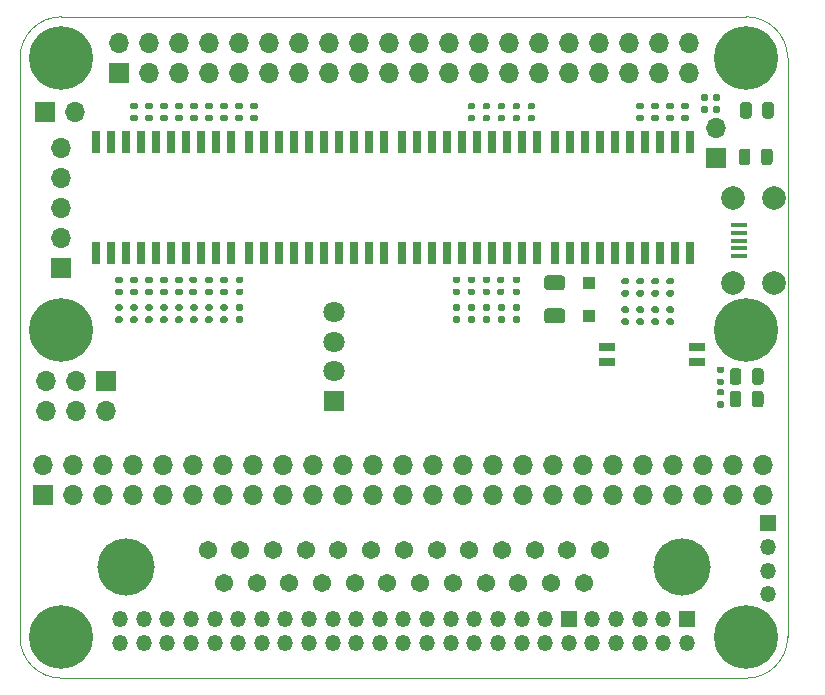
<source format=gbr>
%TF.GenerationSoftware,KiCad,Pcbnew,(5.1.9-16-g1737927814)-1*%
%TF.CreationDate,2021-04-12T08:44:27-05:00*%
%TF.ProjectId,rascsi_2p4,72617363-7369-45f3-9270-342e6b696361,rev?*%
%TF.SameCoordinates,PX59d60c0PY325aa00*%
%TF.FileFunction,Soldermask,Top*%
%TF.FilePolarity,Negative*%
%FSLAX46Y46*%
G04 Gerber Fmt 4.6, Leading zero omitted, Abs format (unit mm)*
G04 Created by KiCad (PCBNEW (5.1.9-16-g1737927814)-1) date 2021-04-12 08:44:27*
%MOMM*%
%LPD*%
G01*
G04 APERTURE LIST*
%TA.AperFunction,Profile*%
%ADD10C,0.050000*%
%TD*%
%ADD11C,1.800000*%
%ADD12R,1.800000X1.800000*%
%ADD13O,1.700000X1.700000*%
%ADD14R,1.700000X1.700000*%
%ADD15C,4.845000*%
%ADD16C,1.545000*%
%ADD17O,1.350000X1.350000*%
%ADD18R,1.350000X1.350000*%
%ADD19R,0.650000X1.950000*%
%ADD20C,2.000000*%
%ADD21R,1.400000X0.400000*%
%ADD22R,1.100000X1.100000*%
%ADD23C,0.800000*%
%ADD24C,5.400000*%
%ADD25R,1.425000X0.750000*%
G04 APERTURE END LIST*
D10*
X83800000Y-45696000D02*
X141800000Y-45696000D01*
X83800000Y-45696000D02*
G75*
G02*
X80300000Y-42196000I0J3500000D01*
G01*
X145300000Y-42196000D02*
G75*
G02*
X141800000Y-45696000I-3500000J0D01*
G01*
X80300000Y6800000D02*
X80300000Y-42196000D01*
X145300000Y6800000D02*
X145300000Y-42196000D01*
X83800000Y10300000D02*
X141800000Y10300000D01*
X80300000Y6800000D02*
G75*
G02*
X83800000Y10300000I3500000J0D01*
G01*
X141800000Y10300000D02*
G75*
G02*
X145300000Y6800000I0J-3500000D01*
G01*
D11*
%TO.C,J20*%
X106910000Y-14700000D03*
X106910000Y-17200000D03*
X106910000Y-19700000D03*
D12*
X106910000Y-22200000D03*
%TD*%
D13*
%TO.C,J5*%
X82530000Y-23040000D03*
X82530000Y-20500000D03*
X85070000Y-23040000D03*
X85070000Y-20500000D03*
X87610000Y-23040000D03*
D14*
X87610000Y-20500000D03*
%TD*%
D15*
%TO.C,J6*%
X89281600Y-36250000D03*
X136321600Y-36250000D03*
D16*
X97566600Y-37670000D03*
X100336600Y-37670000D03*
X103106600Y-37670000D03*
X105876600Y-37670000D03*
X108646600Y-37670000D03*
X111416600Y-37670000D03*
X114186600Y-37670000D03*
X116956600Y-37670000D03*
X119726600Y-37670000D03*
X122496600Y-37670000D03*
X125266600Y-37670000D03*
X128036600Y-37670000D03*
X96181600Y-34830000D03*
X98951600Y-34830000D03*
X101721600Y-34830000D03*
X104491600Y-34830000D03*
X107261600Y-34830000D03*
X110031600Y-34830000D03*
X112801600Y-34830000D03*
X115571600Y-34830000D03*
X118341600Y-34830000D03*
X121111600Y-34830000D03*
X123881600Y-34830000D03*
X126651600Y-34830000D03*
X129421600Y-34830000D03*
%TD*%
D17*
%TO.C,J9*%
X88772000Y-42688000D03*
X88772000Y-40688000D03*
X90772000Y-42688000D03*
X90772000Y-40688000D03*
X92772000Y-42688000D03*
X92772000Y-40688000D03*
X94772000Y-42688000D03*
X94772000Y-40688000D03*
X96772000Y-42688000D03*
X96772000Y-40688000D03*
X98772000Y-42688000D03*
X98772000Y-40688000D03*
X100772000Y-42688000D03*
X100772000Y-40688000D03*
X102772000Y-42688000D03*
X102772000Y-40688000D03*
X104772000Y-42688000D03*
X104772000Y-40688000D03*
X106772000Y-42688000D03*
X106772000Y-40688000D03*
X108772000Y-42688000D03*
X108772000Y-40688000D03*
X110772000Y-42688000D03*
X110772000Y-40688000D03*
X112772000Y-42688000D03*
X112772000Y-40688000D03*
X114772000Y-42688000D03*
X114772000Y-40688000D03*
X116772000Y-42688000D03*
X116772000Y-40688000D03*
X118772000Y-42688000D03*
X118772000Y-40688000D03*
X120772000Y-42688000D03*
X120772000Y-40688000D03*
X122772000Y-42688000D03*
X122772000Y-40688000D03*
X124772000Y-42688000D03*
X124772000Y-40688000D03*
X126772000Y-42688000D03*
D18*
X126772000Y-40688000D03*
D17*
X128772000Y-42688000D03*
X128772000Y-40688000D03*
X130772000Y-42688000D03*
X130772000Y-40688000D03*
X132772000Y-42688000D03*
X132772000Y-40688000D03*
X134772000Y-42688000D03*
X134772000Y-40688000D03*
X136772000Y-42688000D03*
D18*
X136772000Y-40688000D03*
%TD*%
D17*
%TO.C,J10*%
X143630000Y-38592000D03*
X143630000Y-36592000D03*
X143630000Y-34592000D03*
D18*
X143630000Y-32592000D03*
%TD*%
%TO.C,R4*%
G36*
G01*
X139422000Y-20338000D02*
X139792000Y-20338000D01*
G75*
G02*
X139927000Y-20473000I0J-135000D01*
G01*
X139927000Y-20743000D01*
G75*
G02*
X139792000Y-20878000I-135000J0D01*
G01*
X139422000Y-20878000D01*
G75*
G02*
X139287000Y-20743000I0J135000D01*
G01*
X139287000Y-20473000D01*
G75*
G02*
X139422000Y-20338000I135000J0D01*
G01*
G37*
G36*
G01*
X139422000Y-19318000D02*
X139792000Y-19318000D01*
G75*
G02*
X139927000Y-19453000I0J-135000D01*
G01*
X139927000Y-19723000D01*
G75*
G02*
X139792000Y-19858000I-135000J0D01*
G01*
X139422000Y-19858000D01*
G75*
G02*
X139287000Y-19723000I0J135000D01*
G01*
X139287000Y-19453000D01*
G75*
G02*
X139422000Y-19318000I135000J0D01*
G01*
G37*
%TD*%
%TO.C,R3*%
G36*
G01*
X139422000Y-22243000D02*
X139792000Y-22243000D01*
G75*
G02*
X139927000Y-22378000I0J-135000D01*
G01*
X139927000Y-22648000D01*
G75*
G02*
X139792000Y-22783000I-135000J0D01*
G01*
X139422000Y-22783000D01*
G75*
G02*
X139287000Y-22648000I0J135000D01*
G01*
X139287000Y-22378000D01*
G75*
G02*
X139422000Y-22243000I135000J0D01*
G01*
G37*
G36*
G01*
X139422000Y-21223000D02*
X139792000Y-21223000D01*
G75*
G02*
X139927000Y-21358000I0J-135000D01*
G01*
X139927000Y-21628000D01*
G75*
G02*
X139792000Y-21763000I-135000J0D01*
G01*
X139422000Y-21763000D01*
G75*
G02*
X139287000Y-21628000I0J135000D01*
G01*
X139287000Y-21358000D01*
G75*
G02*
X139422000Y-21223000I135000J0D01*
G01*
G37*
%TD*%
%TO.C,R2*%
G36*
G01*
X138998500Y3275500D02*
X138998500Y3645500D01*
G75*
G02*
X139133500Y3780500I135000J0D01*
G01*
X139403500Y3780500D01*
G75*
G02*
X139538500Y3645500I0J-135000D01*
G01*
X139538500Y3275500D01*
G75*
G02*
X139403500Y3140500I-135000J0D01*
G01*
X139133500Y3140500D01*
G75*
G02*
X138998500Y3275500I0J135000D01*
G01*
G37*
G36*
G01*
X137978500Y3275500D02*
X137978500Y3645500D01*
G75*
G02*
X138113500Y3780500I135000J0D01*
G01*
X138383500Y3780500D01*
G75*
G02*
X138518500Y3645500I0J-135000D01*
G01*
X138518500Y3275500D01*
G75*
G02*
X138383500Y3140500I-135000J0D01*
G01*
X138113500Y3140500D01*
G75*
G02*
X137978500Y3275500I0J135000D01*
G01*
G37*
%TD*%
%TO.C,R1*%
G36*
G01*
X138998500Y2259500D02*
X138998500Y2629500D01*
G75*
G02*
X139133500Y2764500I135000J0D01*
G01*
X139403500Y2764500D01*
G75*
G02*
X139538500Y2629500I0J-135000D01*
G01*
X139538500Y2259500D01*
G75*
G02*
X139403500Y2124500I-135000J0D01*
G01*
X139133500Y2124500D01*
G75*
G02*
X138998500Y2259500I0J135000D01*
G01*
G37*
G36*
G01*
X137978500Y2259500D02*
X137978500Y2629500D01*
G75*
G02*
X138113500Y2764500I135000J0D01*
G01*
X138383500Y2764500D01*
G75*
G02*
X138518500Y2629500I0J-135000D01*
G01*
X138518500Y2259500D01*
G75*
G02*
X138383500Y2124500I-135000J0D01*
G01*
X138113500Y2124500D01*
G75*
G02*
X137978500Y2259500I0J135000D01*
G01*
G37*
%TD*%
%TO.C,R58*%
G36*
G01*
X99082500Y-14587500D02*
X98712500Y-14587500D01*
G75*
G02*
X98577500Y-14452500I0J135000D01*
G01*
X98577500Y-14182500D01*
G75*
G02*
X98712500Y-14047500I135000J0D01*
G01*
X99082500Y-14047500D01*
G75*
G02*
X99217500Y-14182500I0J-135000D01*
G01*
X99217500Y-14452500D01*
G75*
G02*
X99082500Y-14587500I-135000J0D01*
G01*
G37*
G36*
G01*
X99082500Y-15607500D02*
X98712500Y-15607500D01*
G75*
G02*
X98577500Y-15472500I0J135000D01*
G01*
X98577500Y-15202500D01*
G75*
G02*
X98712500Y-15067500I135000J0D01*
G01*
X99082500Y-15067500D01*
G75*
G02*
X99217500Y-15202500I0J-135000D01*
G01*
X99217500Y-15472500D01*
G75*
G02*
X99082500Y-15607500I-135000J0D01*
G01*
G37*
%TD*%
%TO.C,R57*%
G36*
G01*
X97755000Y-14587500D02*
X97385000Y-14587500D01*
G75*
G02*
X97250000Y-14452500I0J135000D01*
G01*
X97250000Y-14182500D01*
G75*
G02*
X97385000Y-14047500I135000J0D01*
G01*
X97755000Y-14047500D01*
G75*
G02*
X97890000Y-14182500I0J-135000D01*
G01*
X97890000Y-14452500D01*
G75*
G02*
X97755000Y-14587500I-135000J0D01*
G01*
G37*
G36*
G01*
X97755000Y-15607500D02*
X97385000Y-15607500D01*
G75*
G02*
X97250000Y-15472500I0J135000D01*
G01*
X97250000Y-15202500D01*
G75*
G02*
X97385000Y-15067500I135000J0D01*
G01*
X97755000Y-15067500D01*
G75*
G02*
X97890000Y-15202500I0J-135000D01*
G01*
X97890000Y-15472500D01*
G75*
G02*
X97755000Y-15607500I-135000J0D01*
G01*
G37*
%TD*%
%TO.C,R56*%
G36*
G01*
X96485000Y-14587500D02*
X96115000Y-14587500D01*
G75*
G02*
X95980000Y-14452500I0J135000D01*
G01*
X95980000Y-14182500D01*
G75*
G02*
X96115000Y-14047500I135000J0D01*
G01*
X96485000Y-14047500D01*
G75*
G02*
X96620000Y-14182500I0J-135000D01*
G01*
X96620000Y-14452500D01*
G75*
G02*
X96485000Y-14587500I-135000J0D01*
G01*
G37*
G36*
G01*
X96485000Y-15607500D02*
X96115000Y-15607500D01*
G75*
G02*
X95980000Y-15472500I0J135000D01*
G01*
X95980000Y-15202500D01*
G75*
G02*
X96115000Y-15067500I135000J0D01*
G01*
X96485000Y-15067500D01*
G75*
G02*
X96620000Y-15202500I0J-135000D01*
G01*
X96620000Y-15472500D01*
G75*
G02*
X96485000Y-15607500I-135000J0D01*
G01*
G37*
%TD*%
%TO.C,R55*%
G36*
G01*
X95215000Y-14587500D02*
X94845000Y-14587500D01*
G75*
G02*
X94710000Y-14452500I0J135000D01*
G01*
X94710000Y-14182500D01*
G75*
G02*
X94845000Y-14047500I135000J0D01*
G01*
X95215000Y-14047500D01*
G75*
G02*
X95350000Y-14182500I0J-135000D01*
G01*
X95350000Y-14452500D01*
G75*
G02*
X95215000Y-14587500I-135000J0D01*
G01*
G37*
G36*
G01*
X95215000Y-15607500D02*
X94845000Y-15607500D01*
G75*
G02*
X94710000Y-15472500I0J135000D01*
G01*
X94710000Y-15202500D01*
G75*
G02*
X94845000Y-15067500I135000J0D01*
G01*
X95215000Y-15067500D01*
G75*
G02*
X95350000Y-15202500I0J-135000D01*
G01*
X95350000Y-15472500D01*
G75*
G02*
X95215000Y-15607500I-135000J0D01*
G01*
G37*
%TD*%
%TO.C,R54*%
G36*
G01*
X93945000Y-14587500D02*
X93575000Y-14587500D01*
G75*
G02*
X93440000Y-14452500I0J135000D01*
G01*
X93440000Y-14182500D01*
G75*
G02*
X93575000Y-14047500I135000J0D01*
G01*
X93945000Y-14047500D01*
G75*
G02*
X94080000Y-14182500I0J-135000D01*
G01*
X94080000Y-14452500D01*
G75*
G02*
X93945000Y-14587500I-135000J0D01*
G01*
G37*
G36*
G01*
X93945000Y-15607500D02*
X93575000Y-15607500D01*
G75*
G02*
X93440000Y-15472500I0J135000D01*
G01*
X93440000Y-15202500D01*
G75*
G02*
X93575000Y-15067500I135000J0D01*
G01*
X93945000Y-15067500D01*
G75*
G02*
X94080000Y-15202500I0J-135000D01*
G01*
X94080000Y-15472500D01*
G75*
G02*
X93945000Y-15607500I-135000J0D01*
G01*
G37*
%TD*%
%TO.C,R53*%
G36*
G01*
X92675000Y-14587500D02*
X92305000Y-14587500D01*
G75*
G02*
X92170000Y-14452500I0J135000D01*
G01*
X92170000Y-14182500D01*
G75*
G02*
X92305000Y-14047500I135000J0D01*
G01*
X92675000Y-14047500D01*
G75*
G02*
X92810000Y-14182500I0J-135000D01*
G01*
X92810000Y-14452500D01*
G75*
G02*
X92675000Y-14587500I-135000J0D01*
G01*
G37*
G36*
G01*
X92675000Y-15607500D02*
X92305000Y-15607500D01*
G75*
G02*
X92170000Y-15472500I0J135000D01*
G01*
X92170000Y-15202500D01*
G75*
G02*
X92305000Y-15067500I135000J0D01*
G01*
X92675000Y-15067500D01*
G75*
G02*
X92810000Y-15202500I0J-135000D01*
G01*
X92810000Y-15472500D01*
G75*
G02*
X92675000Y-15607500I-135000J0D01*
G01*
G37*
%TD*%
%TO.C,R52*%
G36*
G01*
X91405000Y-14587500D02*
X91035000Y-14587500D01*
G75*
G02*
X90900000Y-14452500I0J135000D01*
G01*
X90900000Y-14182500D01*
G75*
G02*
X91035000Y-14047500I135000J0D01*
G01*
X91405000Y-14047500D01*
G75*
G02*
X91540000Y-14182500I0J-135000D01*
G01*
X91540000Y-14452500D01*
G75*
G02*
X91405000Y-14587500I-135000J0D01*
G01*
G37*
G36*
G01*
X91405000Y-15607500D02*
X91035000Y-15607500D01*
G75*
G02*
X90900000Y-15472500I0J135000D01*
G01*
X90900000Y-15202500D01*
G75*
G02*
X91035000Y-15067500I135000J0D01*
G01*
X91405000Y-15067500D01*
G75*
G02*
X91540000Y-15202500I0J-135000D01*
G01*
X91540000Y-15472500D01*
G75*
G02*
X91405000Y-15607500I-135000J0D01*
G01*
G37*
%TD*%
%TO.C,R51*%
G36*
G01*
X90135000Y-14587500D02*
X89765000Y-14587500D01*
G75*
G02*
X89630000Y-14452500I0J135000D01*
G01*
X89630000Y-14182500D01*
G75*
G02*
X89765000Y-14047500I135000J0D01*
G01*
X90135000Y-14047500D01*
G75*
G02*
X90270000Y-14182500I0J-135000D01*
G01*
X90270000Y-14452500D01*
G75*
G02*
X90135000Y-14587500I-135000J0D01*
G01*
G37*
G36*
G01*
X90135000Y-15607500D02*
X89765000Y-15607500D01*
G75*
G02*
X89630000Y-15472500I0J135000D01*
G01*
X89630000Y-15202500D01*
G75*
G02*
X89765000Y-15067500I135000J0D01*
G01*
X90135000Y-15067500D01*
G75*
G02*
X90270000Y-15202500I0J-135000D01*
G01*
X90270000Y-15472500D01*
G75*
G02*
X90135000Y-15607500I-135000J0D01*
G01*
G37*
%TD*%
%TO.C,R50*%
G36*
G01*
X88865000Y-14587500D02*
X88495000Y-14587500D01*
G75*
G02*
X88360000Y-14452500I0J135000D01*
G01*
X88360000Y-14182500D01*
G75*
G02*
X88495000Y-14047500I135000J0D01*
G01*
X88865000Y-14047500D01*
G75*
G02*
X89000000Y-14182500I0J-135000D01*
G01*
X89000000Y-14452500D01*
G75*
G02*
X88865000Y-14587500I-135000J0D01*
G01*
G37*
G36*
G01*
X88865000Y-15607500D02*
X88495000Y-15607500D01*
G75*
G02*
X88360000Y-15472500I0J135000D01*
G01*
X88360000Y-15202500D01*
G75*
G02*
X88495000Y-15067500I135000J0D01*
G01*
X88865000Y-15067500D01*
G75*
G02*
X89000000Y-15202500I0J-135000D01*
G01*
X89000000Y-15472500D01*
G75*
G02*
X88865000Y-15607500I-135000J0D01*
G01*
G37*
%TD*%
%TO.C,R49*%
G36*
G01*
X122520000Y-14587500D02*
X122150000Y-14587500D01*
G75*
G02*
X122015000Y-14452500I0J135000D01*
G01*
X122015000Y-14182500D01*
G75*
G02*
X122150000Y-14047500I135000J0D01*
G01*
X122520000Y-14047500D01*
G75*
G02*
X122655000Y-14182500I0J-135000D01*
G01*
X122655000Y-14452500D01*
G75*
G02*
X122520000Y-14587500I-135000J0D01*
G01*
G37*
G36*
G01*
X122520000Y-15607500D02*
X122150000Y-15607500D01*
G75*
G02*
X122015000Y-15472500I0J135000D01*
G01*
X122015000Y-15202500D01*
G75*
G02*
X122150000Y-15067500I135000J0D01*
G01*
X122520000Y-15067500D01*
G75*
G02*
X122655000Y-15202500I0J-135000D01*
G01*
X122655000Y-15472500D01*
G75*
G02*
X122520000Y-15607500I-135000J0D01*
G01*
G37*
%TD*%
%TO.C,R48*%
G36*
G01*
X121250000Y-14587500D02*
X120880000Y-14587500D01*
G75*
G02*
X120745000Y-14452500I0J135000D01*
G01*
X120745000Y-14182500D01*
G75*
G02*
X120880000Y-14047500I135000J0D01*
G01*
X121250000Y-14047500D01*
G75*
G02*
X121385000Y-14182500I0J-135000D01*
G01*
X121385000Y-14452500D01*
G75*
G02*
X121250000Y-14587500I-135000J0D01*
G01*
G37*
G36*
G01*
X121250000Y-15607500D02*
X120880000Y-15607500D01*
G75*
G02*
X120745000Y-15472500I0J135000D01*
G01*
X120745000Y-15202500D01*
G75*
G02*
X120880000Y-15067500I135000J0D01*
G01*
X121250000Y-15067500D01*
G75*
G02*
X121385000Y-15202500I0J-135000D01*
G01*
X121385000Y-15472500D01*
G75*
G02*
X121250000Y-15607500I-135000J0D01*
G01*
G37*
%TD*%
%TO.C,R47*%
G36*
G01*
X119980000Y-14587500D02*
X119610000Y-14587500D01*
G75*
G02*
X119475000Y-14452500I0J135000D01*
G01*
X119475000Y-14182500D01*
G75*
G02*
X119610000Y-14047500I135000J0D01*
G01*
X119980000Y-14047500D01*
G75*
G02*
X120115000Y-14182500I0J-135000D01*
G01*
X120115000Y-14452500D01*
G75*
G02*
X119980000Y-14587500I-135000J0D01*
G01*
G37*
G36*
G01*
X119980000Y-15607500D02*
X119610000Y-15607500D01*
G75*
G02*
X119475000Y-15472500I0J135000D01*
G01*
X119475000Y-15202500D01*
G75*
G02*
X119610000Y-15067500I135000J0D01*
G01*
X119980000Y-15067500D01*
G75*
G02*
X120115000Y-15202500I0J-135000D01*
G01*
X120115000Y-15472500D01*
G75*
G02*
X119980000Y-15607500I-135000J0D01*
G01*
G37*
%TD*%
%TO.C,R46*%
G36*
G01*
X118710000Y-14587500D02*
X118340000Y-14587500D01*
G75*
G02*
X118205000Y-14452500I0J135000D01*
G01*
X118205000Y-14182500D01*
G75*
G02*
X118340000Y-14047500I135000J0D01*
G01*
X118710000Y-14047500D01*
G75*
G02*
X118845000Y-14182500I0J-135000D01*
G01*
X118845000Y-14452500D01*
G75*
G02*
X118710000Y-14587500I-135000J0D01*
G01*
G37*
G36*
G01*
X118710000Y-15607500D02*
X118340000Y-15607500D01*
G75*
G02*
X118205000Y-15472500I0J135000D01*
G01*
X118205000Y-15202500D01*
G75*
G02*
X118340000Y-15067500I135000J0D01*
G01*
X118710000Y-15067500D01*
G75*
G02*
X118845000Y-15202500I0J-135000D01*
G01*
X118845000Y-15472500D01*
G75*
G02*
X118710000Y-15607500I-135000J0D01*
G01*
G37*
%TD*%
%TO.C,R45*%
G36*
G01*
X117440000Y-14587500D02*
X117070000Y-14587500D01*
G75*
G02*
X116935000Y-14452500I0J135000D01*
G01*
X116935000Y-14182500D01*
G75*
G02*
X117070000Y-14047500I135000J0D01*
G01*
X117440000Y-14047500D01*
G75*
G02*
X117575000Y-14182500I0J-135000D01*
G01*
X117575000Y-14452500D01*
G75*
G02*
X117440000Y-14587500I-135000J0D01*
G01*
G37*
G36*
G01*
X117440000Y-15607500D02*
X117070000Y-15607500D01*
G75*
G02*
X116935000Y-15472500I0J135000D01*
G01*
X116935000Y-15202500D01*
G75*
G02*
X117070000Y-15067500I135000J0D01*
G01*
X117440000Y-15067500D01*
G75*
G02*
X117575000Y-15202500I0J-135000D01*
G01*
X117575000Y-15472500D01*
G75*
G02*
X117440000Y-15607500I-135000J0D01*
G01*
G37*
%TD*%
%TO.C,R44*%
G36*
G01*
X135537500Y-14762501D02*
X135167500Y-14762501D01*
G75*
G02*
X135032500Y-14627501I0J135000D01*
G01*
X135032500Y-14357501D01*
G75*
G02*
X135167500Y-14222501I135000J0D01*
G01*
X135537500Y-14222501D01*
G75*
G02*
X135672500Y-14357501I0J-135000D01*
G01*
X135672500Y-14627501D01*
G75*
G02*
X135537500Y-14762501I-135000J0D01*
G01*
G37*
G36*
G01*
X135537500Y-15782501D02*
X135167500Y-15782501D01*
G75*
G02*
X135032500Y-15647501I0J135000D01*
G01*
X135032500Y-15377501D01*
G75*
G02*
X135167500Y-15242501I135000J0D01*
G01*
X135537500Y-15242501D01*
G75*
G02*
X135672500Y-15377501I0J-135000D01*
G01*
X135672500Y-15647501D01*
G75*
G02*
X135537500Y-15782501I-135000J0D01*
G01*
G37*
%TD*%
%TO.C,R43*%
G36*
G01*
X134267500Y-14762501D02*
X133897500Y-14762501D01*
G75*
G02*
X133762500Y-14627501I0J135000D01*
G01*
X133762500Y-14357501D01*
G75*
G02*
X133897500Y-14222501I135000J0D01*
G01*
X134267500Y-14222501D01*
G75*
G02*
X134402500Y-14357501I0J-135000D01*
G01*
X134402500Y-14627501D01*
G75*
G02*
X134267500Y-14762501I-135000J0D01*
G01*
G37*
G36*
G01*
X134267500Y-15782501D02*
X133897500Y-15782501D01*
G75*
G02*
X133762500Y-15647501I0J135000D01*
G01*
X133762500Y-15377501D01*
G75*
G02*
X133897500Y-15242501I135000J0D01*
G01*
X134267500Y-15242501D01*
G75*
G02*
X134402500Y-15377501I0J-135000D01*
G01*
X134402500Y-15647501D01*
G75*
G02*
X134267500Y-15782501I-135000J0D01*
G01*
G37*
%TD*%
%TO.C,R42*%
G36*
G01*
X132997500Y-14762501D02*
X132627500Y-14762501D01*
G75*
G02*
X132492500Y-14627501I0J135000D01*
G01*
X132492500Y-14357501D01*
G75*
G02*
X132627500Y-14222501I135000J0D01*
G01*
X132997500Y-14222501D01*
G75*
G02*
X133132500Y-14357501I0J-135000D01*
G01*
X133132500Y-14627501D01*
G75*
G02*
X132997500Y-14762501I-135000J0D01*
G01*
G37*
G36*
G01*
X132997500Y-15782501D02*
X132627500Y-15782501D01*
G75*
G02*
X132492500Y-15647501I0J135000D01*
G01*
X132492500Y-15377501D01*
G75*
G02*
X132627500Y-15242501I135000J0D01*
G01*
X132997500Y-15242501D01*
G75*
G02*
X133132500Y-15377501I0J-135000D01*
G01*
X133132500Y-15647501D01*
G75*
G02*
X132997500Y-15782501I-135000J0D01*
G01*
G37*
%TD*%
%TO.C,R41*%
G36*
G01*
X131727500Y-14762501D02*
X131357500Y-14762501D01*
G75*
G02*
X131222500Y-14627501I0J135000D01*
G01*
X131222500Y-14357501D01*
G75*
G02*
X131357500Y-14222501I135000J0D01*
G01*
X131727500Y-14222501D01*
G75*
G02*
X131862500Y-14357501I0J-135000D01*
G01*
X131862500Y-14627501D01*
G75*
G02*
X131727500Y-14762501I-135000J0D01*
G01*
G37*
G36*
G01*
X131727500Y-15782501D02*
X131357500Y-15782501D01*
G75*
G02*
X131222500Y-15647501I0J135000D01*
G01*
X131222500Y-15377501D01*
G75*
G02*
X131357500Y-15242501I135000J0D01*
G01*
X131727500Y-15242501D01*
G75*
G02*
X131862500Y-15377501I0J-135000D01*
G01*
X131862500Y-15647501D01*
G75*
G02*
X131727500Y-15782501I-135000J0D01*
G01*
G37*
%TD*%
%TO.C,R40*%
G36*
G01*
X98712500Y-12718000D02*
X99082500Y-12718000D01*
G75*
G02*
X99217500Y-12853000I0J-135000D01*
G01*
X99217500Y-13123000D01*
G75*
G02*
X99082500Y-13258000I-135000J0D01*
G01*
X98712500Y-13258000D01*
G75*
G02*
X98577500Y-13123000I0J135000D01*
G01*
X98577500Y-12853000D01*
G75*
G02*
X98712500Y-12718000I135000J0D01*
G01*
G37*
G36*
G01*
X98712500Y-11698000D02*
X99082500Y-11698000D01*
G75*
G02*
X99217500Y-11833000I0J-135000D01*
G01*
X99217500Y-12103000D01*
G75*
G02*
X99082500Y-12238000I-135000J0D01*
G01*
X98712500Y-12238000D01*
G75*
G02*
X98577500Y-12103000I0J135000D01*
G01*
X98577500Y-11833000D01*
G75*
G02*
X98712500Y-11698000I135000J0D01*
G01*
G37*
%TD*%
%TO.C,R39*%
G36*
G01*
X97385000Y-12718000D02*
X97755000Y-12718000D01*
G75*
G02*
X97890000Y-12853000I0J-135000D01*
G01*
X97890000Y-13123000D01*
G75*
G02*
X97755000Y-13258000I-135000J0D01*
G01*
X97385000Y-13258000D01*
G75*
G02*
X97250000Y-13123000I0J135000D01*
G01*
X97250000Y-12853000D01*
G75*
G02*
X97385000Y-12718000I135000J0D01*
G01*
G37*
G36*
G01*
X97385000Y-11698000D02*
X97755000Y-11698000D01*
G75*
G02*
X97890000Y-11833000I0J-135000D01*
G01*
X97890000Y-12103000D01*
G75*
G02*
X97755000Y-12238000I-135000J0D01*
G01*
X97385000Y-12238000D01*
G75*
G02*
X97250000Y-12103000I0J135000D01*
G01*
X97250000Y-11833000D01*
G75*
G02*
X97385000Y-11698000I135000J0D01*
G01*
G37*
%TD*%
%TO.C,R38*%
G36*
G01*
X96115000Y-12718000D02*
X96485000Y-12718000D01*
G75*
G02*
X96620000Y-12853000I0J-135000D01*
G01*
X96620000Y-13123000D01*
G75*
G02*
X96485000Y-13258000I-135000J0D01*
G01*
X96115000Y-13258000D01*
G75*
G02*
X95980000Y-13123000I0J135000D01*
G01*
X95980000Y-12853000D01*
G75*
G02*
X96115000Y-12718000I135000J0D01*
G01*
G37*
G36*
G01*
X96115000Y-11698000D02*
X96485000Y-11698000D01*
G75*
G02*
X96620000Y-11833000I0J-135000D01*
G01*
X96620000Y-12103000D01*
G75*
G02*
X96485000Y-12238000I-135000J0D01*
G01*
X96115000Y-12238000D01*
G75*
G02*
X95980000Y-12103000I0J135000D01*
G01*
X95980000Y-11833000D01*
G75*
G02*
X96115000Y-11698000I135000J0D01*
G01*
G37*
%TD*%
%TO.C,R37*%
G36*
G01*
X94781500Y-12718000D02*
X95151500Y-12718000D01*
G75*
G02*
X95286500Y-12853000I0J-135000D01*
G01*
X95286500Y-13123000D01*
G75*
G02*
X95151500Y-13258000I-135000J0D01*
G01*
X94781500Y-13258000D01*
G75*
G02*
X94646500Y-13123000I0J135000D01*
G01*
X94646500Y-12853000D01*
G75*
G02*
X94781500Y-12718000I135000J0D01*
G01*
G37*
G36*
G01*
X94781500Y-11698000D02*
X95151500Y-11698000D01*
G75*
G02*
X95286500Y-11833000I0J-135000D01*
G01*
X95286500Y-12103000D01*
G75*
G02*
X95151500Y-12238000I-135000J0D01*
G01*
X94781500Y-12238000D01*
G75*
G02*
X94646500Y-12103000I0J135000D01*
G01*
X94646500Y-11833000D01*
G75*
G02*
X94781500Y-11698000I135000J0D01*
G01*
G37*
%TD*%
%TO.C,R36*%
G36*
G01*
X93575000Y-12718000D02*
X93945000Y-12718000D01*
G75*
G02*
X94080000Y-12853000I0J-135000D01*
G01*
X94080000Y-13123000D01*
G75*
G02*
X93945000Y-13258000I-135000J0D01*
G01*
X93575000Y-13258000D01*
G75*
G02*
X93440000Y-13123000I0J135000D01*
G01*
X93440000Y-12853000D01*
G75*
G02*
X93575000Y-12718000I135000J0D01*
G01*
G37*
G36*
G01*
X93575000Y-11698000D02*
X93945000Y-11698000D01*
G75*
G02*
X94080000Y-11833000I0J-135000D01*
G01*
X94080000Y-12103000D01*
G75*
G02*
X93945000Y-12238000I-135000J0D01*
G01*
X93575000Y-12238000D01*
G75*
G02*
X93440000Y-12103000I0J135000D01*
G01*
X93440000Y-11833000D01*
G75*
G02*
X93575000Y-11698000I135000J0D01*
G01*
G37*
%TD*%
%TO.C,R35*%
G36*
G01*
X92305000Y-12718000D02*
X92675000Y-12718000D01*
G75*
G02*
X92810000Y-12853000I0J-135000D01*
G01*
X92810000Y-13123000D01*
G75*
G02*
X92675000Y-13258000I-135000J0D01*
G01*
X92305000Y-13258000D01*
G75*
G02*
X92170000Y-13123000I0J135000D01*
G01*
X92170000Y-12853000D01*
G75*
G02*
X92305000Y-12718000I135000J0D01*
G01*
G37*
G36*
G01*
X92305000Y-11698000D02*
X92675000Y-11698000D01*
G75*
G02*
X92810000Y-11833000I0J-135000D01*
G01*
X92810000Y-12103000D01*
G75*
G02*
X92675000Y-12238000I-135000J0D01*
G01*
X92305000Y-12238000D01*
G75*
G02*
X92170000Y-12103000I0J135000D01*
G01*
X92170000Y-11833000D01*
G75*
G02*
X92305000Y-11698000I135000J0D01*
G01*
G37*
%TD*%
%TO.C,R34*%
G36*
G01*
X91035000Y-12718000D02*
X91405000Y-12718000D01*
G75*
G02*
X91540000Y-12853000I0J-135000D01*
G01*
X91540000Y-13123000D01*
G75*
G02*
X91405000Y-13258000I-135000J0D01*
G01*
X91035000Y-13258000D01*
G75*
G02*
X90900000Y-13123000I0J135000D01*
G01*
X90900000Y-12853000D01*
G75*
G02*
X91035000Y-12718000I135000J0D01*
G01*
G37*
G36*
G01*
X91035000Y-11698000D02*
X91405000Y-11698000D01*
G75*
G02*
X91540000Y-11833000I0J-135000D01*
G01*
X91540000Y-12103000D01*
G75*
G02*
X91405000Y-12238000I-135000J0D01*
G01*
X91035000Y-12238000D01*
G75*
G02*
X90900000Y-12103000I0J135000D01*
G01*
X90900000Y-11833000D01*
G75*
G02*
X91035000Y-11698000I135000J0D01*
G01*
G37*
%TD*%
%TO.C,R33*%
G36*
G01*
X89765000Y-12718000D02*
X90135000Y-12718000D01*
G75*
G02*
X90270000Y-12853000I0J-135000D01*
G01*
X90270000Y-13123000D01*
G75*
G02*
X90135000Y-13258000I-135000J0D01*
G01*
X89765000Y-13258000D01*
G75*
G02*
X89630000Y-13123000I0J135000D01*
G01*
X89630000Y-12853000D01*
G75*
G02*
X89765000Y-12718000I135000J0D01*
G01*
G37*
G36*
G01*
X89765000Y-11698000D02*
X90135000Y-11698000D01*
G75*
G02*
X90270000Y-11833000I0J-135000D01*
G01*
X90270000Y-12103000D01*
G75*
G02*
X90135000Y-12238000I-135000J0D01*
G01*
X89765000Y-12238000D01*
G75*
G02*
X89630000Y-12103000I0J135000D01*
G01*
X89630000Y-11833000D01*
G75*
G02*
X89765000Y-11698000I135000J0D01*
G01*
G37*
%TD*%
%TO.C,R32*%
G36*
G01*
X88495000Y-12718000D02*
X88865000Y-12718000D01*
G75*
G02*
X89000000Y-12853000I0J-135000D01*
G01*
X89000000Y-13123000D01*
G75*
G02*
X88865000Y-13258000I-135000J0D01*
G01*
X88495000Y-13258000D01*
G75*
G02*
X88360000Y-13123000I0J135000D01*
G01*
X88360000Y-12853000D01*
G75*
G02*
X88495000Y-12718000I135000J0D01*
G01*
G37*
G36*
G01*
X88495000Y-11698000D02*
X88865000Y-11698000D01*
G75*
G02*
X89000000Y-11833000I0J-135000D01*
G01*
X89000000Y-12103000D01*
G75*
G02*
X88865000Y-12238000I-135000J0D01*
G01*
X88495000Y-12238000D01*
G75*
G02*
X88360000Y-12103000I0J135000D01*
G01*
X88360000Y-11833000D01*
G75*
G02*
X88495000Y-11698000I135000J0D01*
G01*
G37*
%TD*%
%TO.C,R31*%
G36*
G01*
X122150000Y-12718000D02*
X122520000Y-12718000D01*
G75*
G02*
X122655000Y-12853000I0J-135000D01*
G01*
X122655000Y-13123000D01*
G75*
G02*
X122520000Y-13258000I-135000J0D01*
G01*
X122150000Y-13258000D01*
G75*
G02*
X122015000Y-13123000I0J135000D01*
G01*
X122015000Y-12853000D01*
G75*
G02*
X122150000Y-12718000I135000J0D01*
G01*
G37*
G36*
G01*
X122150000Y-11698000D02*
X122520000Y-11698000D01*
G75*
G02*
X122655000Y-11833000I0J-135000D01*
G01*
X122655000Y-12103000D01*
G75*
G02*
X122520000Y-12238000I-135000J0D01*
G01*
X122150000Y-12238000D01*
G75*
G02*
X122015000Y-12103000I0J135000D01*
G01*
X122015000Y-11833000D01*
G75*
G02*
X122150000Y-11698000I135000J0D01*
G01*
G37*
%TD*%
%TO.C,R30*%
G36*
G01*
X120816500Y-12718000D02*
X121186500Y-12718000D01*
G75*
G02*
X121321500Y-12853000I0J-135000D01*
G01*
X121321500Y-13123000D01*
G75*
G02*
X121186500Y-13258000I-135000J0D01*
G01*
X120816500Y-13258000D01*
G75*
G02*
X120681500Y-13123000I0J135000D01*
G01*
X120681500Y-12853000D01*
G75*
G02*
X120816500Y-12718000I135000J0D01*
G01*
G37*
G36*
G01*
X120816500Y-11698000D02*
X121186500Y-11698000D01*
G75*
G02*
X121321500Y-11833000I0J-135000D01*
G01*
X121321500Y-12103000D01*
G75*
G02*
X121186500Y-12238000I-135000J0D01*
G01*
X120816500Y-12238000D01*
G75*
G02*
X120681500Y-12103000I0J135000D01*
G01*
X120681500Y-11833000D01*
G75*
G02*
X120816500Y-11698000I135000J0D01*
G01*
G37*
%TD*%
%TO.C,R29*%
G36*
G01*
X119610000Y-12718000D02*
X119980000Y-12718000D01*
G75*
G02*
X120115000Y-12853000I0J-135000D01*
G01*
X120115000Y-13123000D01*
G75*
G02*
X119980000Y-13258000I-135000J0D01*
G01*
X119610000Y-13258000D01*
G75*
G02*
X119475000Y-13123000I0J135000D01*
G01*
X119475000Y-12853000D01*
G75*
G02*
X119610000Y-12718000I135000J0D01*
G01*
G37*
G36*
G01*
X119610000Y-11698000D02*
X119980000Y-11698000D01*
G75*
G02*
X120115000Y-11833000I0J-135000D01*
G01*
X120115000Y-12103000D01*
G75*
G02*
X119980000Y-12238000I-135000J0D01*
G01*
X119610000Y-12238000D01*
G75*
G02*
X119475000Y-12103000I0J135000D01*
G01*
X119475000Y-11833000D01*
G75*
G02*
X119610000Y-11698000I135000J0D01*
G01*
G37*
%TD*%
%TO.C,R28*%
G36*
G01*
X118340000Y-12718000D02*
X118710000Y-12718000D01*
G75*
G02*
X118845000Y-12853000I0J-135000D01*
G01*
X118845000Y-13123000D01*
G75*
G02*
X118710000Y-13258000I-135000J0D01*
G01*
X118340000Y-13258000D01*
G75*
G02*
X118205000Y-13123000I0J135000D01*
G01*
X118205000Y-12853000D01*
G75*
G02*
X118340000Y-12718000I135000J0D01*
G01*
G37*
G36*
G01*
X118340000Y-11698000D02*
X118710000Y-11698000D01*
G75*
G02*
X118845000Y-11833000I0J-135000D01*
G01*
X118845000Y-12103000D01*
G75*
G02*
X118710000Y-12238000I-135000J0D01*
G01*
X118340000Y-12238000D01*
G75*
G02*
X118205000Y-12103000I0J135000D01*
G01*
X118205000Y-11833000D01*
G75*
G02*
X118340000Y-11698000I135000J0D01*
G01*
G37*
%TD*%
%TO.C,R27*%
G36*
G01*
X117070000Y-12718000D02*
X117440000Y-12718000D01*
G75*
G02*
X117575000Y-12853000I0J-135000D01*
G01*
X117575000Y-13123000D01*
G75*
G02*
X117440000Y-13258000I-135000J0D01*
G01*
X117070000Y-13258000D01*
G75*
G02*
X116935000Y-13123000I0J135000D01*
G01*
X116935000Y-12853000D01*
G75*
G02*
X117070000Y-12718000I135000J0D01*
G01*
G37*
G36*
G01*
X117070000Y-11698000D02*
X117440000Y-11698000D01*
G75*
G02*
X117575000Y-11833000I0J-135000D01*
G01*
X117575000Y-12103000D01*
G75*
G02*
X117440000Y-12238000I-135000J0D01*
G01*
X117070000Y-12238000D01*
G75*
G02*
X116935000Y-12103000I0J135000D01*
G01*
X116935000Y-11833000D01*
G75*
G02*
X117070000Y-11698000I135000J0D01*
G01*
G37*
%TD*%
%TO.C,R26*%
G36*
G01*
X135167500Y-12845000D02*
X135537500Y-12845000D01*
G75*
G02*
X135672500Y-12980000I0J-135000D01*
G01*
X135672500Y-13250000D01*
G75*
G02*
X135537500Y-13385000I-135000J0D01*
G01*
X135167500Y-13385000D01*
G75*
G02*
X135032500Y-13250000I0J135000D01*
G01*
X135032500Y-12980000D01*
G75*
G02*
X135167500Y-12845000I135000J0D01*
G01*
G37*
G36*
G01*
X135167500Y-11825000D02*
X135537500Y-11825000D01*
G75*
G02*
X135672500Y-11960000I0J-135000D01*
G01*
X135672500Y-12230000D01*
G75*
G02*
X135537500Y-12365000I-135000J0D01*
G01*
X135167500Y-12365000D01*
G75*
G02*
X135032500Y-12230000I0J135000D01*
G01*
X135032500Y-11960000D01*
G75*
G02*
X135167500Y-11825000I135000J0D01*
G01*
G37*
%TD*%
%TO.C,R25*%
G36*
G01*
X133897500Y-12845000D02*
X134267500Y-12845000D01*
G75*
G02*
X134402500Y-12980000I0J-135000D01*
G01*
X134402500Y-13250000D01*
G75*
G02*
X134267500Y-13385000I-135000J0D01*
G01*
X133897500Y-13385000D01*
G75*
G02*
X133762500Y-13250000I0J135000D01*
G01*
X133762500Y-12980000D01*
G75*
G02*
X133897500Y-12845000I135000J0D01*
G01*
G37*
G36*
G01*
X133897500Y-11825000D02*
X134267500Y-11825000D01*
G75*
G02*
X134402500Y-11960000I0J-135000D01*
G01*
X134402500Y-12230000D01*
G75*
G02*
X134267500Y-12365000I-135000J0D01*
G01*
X133897500Y-12365000D01*
G75*
G02*
X133762500Y-12230000I0J135000D01*
G01*
X133762500Y-11960000D01*
G75*
G02*
X133897500Y-11825000I135000J0D01*
G01*
G37*
%TD*%
%TO.C,R24*%
G36*
G01*
X132627500Y-12845000D02*
X132997500Y-12845000D01*
G75*
G02*
X133132500Y-12980000I0J-135000D01*
G01*
X133132500Y-13250000D01*
G75*
G02*
X132997500Y-13385000I-135000J0D01*
G01*
X132627500Y-13385000D01*
G75*
G02*
X132492500Y-13250000I0J135000D01*
G01*
X132492500Y-12980000D01*
G75*
G02*
X132627500Y-12845000I135000J0D01*
G01*
G37*
G36*
G01*
X132627500Y-11825000D02*
X132997500Y-11825000D01*
G75*
G02*
X133132500Y-11960000I0J-135000D01*
G01*
X133132500Y-12230000D01*
G75*
G02*
X132997500Y-12365000I-135000J0D01*
G01*
X132627500Y-12365000D01*
G75*
G02*
X132492500Y-12230000I0J135000D01*
G01*
X132492500Y-11960000D01*
G75*
G02*
X132627500Y-11825000I135000J0D01*
G01*
G37*
%TD*%
%TO.C,R23*%
G36*
G01*
X131357500Y-12845000D02*
X131727500Y-12845000D01*
G75*
G02*
X131862500Y-12980000I0J-135000D01*
G01*
X131862500Y-13250000D01*
G75*
G02*
X131727500Y-13385000I-135000J0D01*
G01*
X131357500Y-13385000D01*
G75*
G02*
X131222500Y-13250000I0J135000D01*
G01*
X131222500Y-12980000D01*
G75*
G02*
X131357500Y-12845000I135000J0D01*
G01*
G37*
G36*
G01*
X131357500Y-11825000D02*
X131727500Y-11825000D01*
G75*
G02*
X131862500Y-11960000I0J-135000D01*
G01*
X131862500Y-12230000D01*
G75*
G02*
X131727500Y-12365000I-135000J0D01*
G01*
X131357500Y-12365000D01*
G75*
G02*
X131222500Y-12230000I0J135000D01*
G01*
X131222500Y-11960000D01*
G75*
G02*
X131357500Y-11825000I135000J0D01*
G01*
G37*
%TD*%
%TO.C,R22*%
G36*
G01*
X99925000Y1991000D02*
X100295000Y1991000D01*
G75*
G02*
X100430000Y1856000I0J-135000D01*
G01*
X100430000Y1586000D01*
G75*
G02*
X100295000Y1451000I-135000J0D01*
G01*
X99925000Y1451000D01*
G75*
G02*
X99790000Y1586000I0J135000D01*
G01*
X99790000Y1856000D01*
G75*
G02*
X99925000Y1991000I135000J0D01*
G01*
G37*
G36*
G01*
X99925000Y3011000D02*
X100295000Y3011000D01*
G75*
G02*
X100430000Y2876000I0J-135000D01*
G01*
X100430000Y2606000D01*
G75*
G02*
X100295000Y2471000I-135000J0D01*
G01*
X99925000Y2471000D01*
G75*
G02*
X99790000Y2606000I0J135000D01*
G01*
X99790000Y2876000D01*
G75*
G02*
X99925000Y3011000I135000J0D01*
G01*
G37*
%TD*%
%TO.C,R21*%
G36*
G01*
X98655000Y1991000D02*
X99025000Y1991000D01*
G75*
G02*
X99160000Y1856000I0J-135000D01*
G01*
X99160000Y1586000D01*
G75*
G02*
X99025000Y1451000I-135000J0D01*
G01*
X98655000Y1451000D01*
G75*
G02*
X98520000Y1586000I0J135000D01*
G01*
X98520000Y1856000D01*
G75*
G02*
X98655000Y1991000I135000J0D01*
G01*
G37*
G36*
G01*
X98655000Y3011000D02*
X99025000Y3011000D01*
G75*
G02*
X99160000Y2876000I0J-135000D01*
G01*
X99160000Y2606000D01*
G75*
G02*
X99025000Y2471000I-135000J0D01*
G01*
X98655000Y2471000D01*
G75*
G02*
X98520000Y2606000I0J135000D01*
G01*
X98520000Y2876000D01*
G75*
G02*
X98655000Y3011000I135000J0D01*
G01*
G37*
%TD*%
%TO.C,R20*%
G36*
G01*
X97385000Y1991000D02*
X97755000Y1991000D01*
G75*
G02*
X97890000Y1856000I0J-135000D01*
G01*
X97890000Y1586000D01*
G75*
G02*
X97755000Y1451000I-135000J0D01*
G01*
X97385000Y1451000D01*
G75*
G02*
X97250000Y1586000I0J135000D01*
G01*
X97250000Y1856000D01*
G75*
G02*
X97385000Y1991000I135000J0D01*
G01*
G37*
G36*
G01*
X97385000Y3011000D02*
X97755000Y3011000D01*
G75*
G02*
X97890000Y2876000I0J-135000D01*
G01*
X97890000Y2606000D01*
G75*
G02*
X97755000Y2471000I-135000J0D01*
G01*
X97385000Y2471000D01*
G75*
G02*
X97250000Y2606000I0J135000D01*
G01*
X97250000Y2876000D01*
G75*
G02*
X97385000Y3011000I135000J0D01*
G01*
G37*
%TD*%
%TO.C,R19*%
G36*
G01*
X96115000Y1991000D02*
X96485000Y1991000D01*
G75*
G02*
X96620000Y1856000I0J-135000D01*
G01*
X96620000Y1586000D01*
G75*
G02*
X96485000Y1451000I-135000J0D01*
G01*
X96115000Y1451000D01*
G75*
G02*
X95980000Y1586000I0J135000D01*
G01*
X95980000Y1856000D01*
G75*
G02*
X96115000Y1991000I135000J0D01*
G01*
G37*
G36*
G01*
X96115000Y3011000D02*
X96485000Y3011000D01*
G75*
G02*
X96620000Y2876000I0J-135000D01*
G01*
X96620000Y2606000D01*
G75*
G02*
X96485000Y2471000I-135000J0D01*
G01*
X96115000Y2471000D01*
G75*
G02*
X95980000Y2606000I0J135000D01*
G01*
X95980000Y2876000D01*
G75*
G02*
X96115000Y3011000I135000J0D01*
G01*
G37*
%TD*%
%TO.C,R18*%
G36*
G01*
X94845000Y1991000D02*
X95215000Y1991000D01*
G75*
G02*
X95350000Y1856000I0J-135000D01*
G01*
X95350000Y1586000D01*
G75*
G02*
X95215000Y1451000I-135000J0D01*
G01*
X94845000Y1451000D01*
G75*
G02*
X94710000Y1586000I0J135000D01*
G01*
X94710000Y1856000D01*
G75*
G02*
X94845000Y1991000I135000J0D01*
G01*
G37*
G36*
G01*
X94845000Y3011000D02*
X95215000Y3011000D01*
G75*
G02*
X95350000Y2876000I0J-135000D01*
G01*
X95350000Y2606000D01*
G75*
G02*
X95215000Y2471000I-135000J0D01*
G01*
X94845000Y2471000D01*
G75*
G02*
X94710000Y2606000I0J135000D01*
G01*
X94710000Y2876000D01*
G75*
G02*
X94845000Y3011000I135000J0D01*
G01*
G37*
%TD*%
%TO.C,R17*%
G36*
G01*
X93575000Y1991000D02*
X93945000Y1991000D01*
G75*
G02*
X94080000Y1856000I0J-135000D01*
G01*
X94080000Y1586000D01*
G75*
G02*
X93945000Y1451000I-135000J0D01*
G01*
X93575000Y1451000D01*
G75*
G02*
X93440000Y1586000I0J135000D01*
G01*
X93440000Y1856000D01*
G75*
G02*
X93575000Y1991000I135000J0D01*
G01*
G37*
G36*
G01*
X93575000Y3011000D02*
X93945000Y3011000D01*
G75*
G02*
X94080000Y2876000I0J-135000D01*
G01*
X94080000Y2606000D01*
G75*
G02*
X93945000Y2471000I-135000J0D01*
G01*
X93575000Y2471000D01*
G75*
G02*
X93440000Y2606000I0J135000D01*
G01*
X93440000Y2876000D01*
G75*
G02*
X93575000Y3011000I135000J0D01*
G01*
G37*
%TD*%
%TO.C,R16*%
G36*
G01*
X92305000Y1991000D02*
X92675000Y1991000D01*
G75*
G02*
X92810000Y1856000I0J-135000D01*
G01*
X92810000Y1586000D01*
G75*
G02*
X92675000Y1451000I-135000J0D01*
G01*
X92305000Y1451000D01*
G75*
G02*
X92170000Y1586000I0J135000D01*
G01*
X92170000Y1856000D01*
G75*
G02*
X92305000Y1991000I135000J0D01*
G01*
G37*
G36*
G01*
X92305000Y3011000D02*
X92675000Y3011000D01*
G75*
G02*
X92810000Y2876000I0J-135000D01*
G01*
X92810000Y2606000D01*
G75*
G02*
X92675000Y2471000I-135000J0D01*
G01*
X92305000Y2471000D01*
G75*
G02*
X92170000Y2606000I0J135000D01*
G01*
X92170000Y2876000D01*
G75*
G02*
X92305000Y3011000I135000J0D01*
G01*
G37*
%TD*%
%TO.C,R15*%
G36*
G01*
X91035000Y1991000D02*
X91405000Y1991000D01*
G75*
G02*
X91540000Y1856000I0J-135000D01*
G01*
X91540000Y1586000D01*
G75*
G02*
X91405000Y1451000I-135000J0D01*
G01*
X91035000Y1451000D01*
G75*
G02*
X90900000Y1586000I0J135000D01*
G01*
X90900000Y1856000D01*
G75*
G02*
X91035000Y1991000I135000J0D01*
G01*
G37*
G36*
G01*
X91035000Y3011000D02*
X91405000Y3011000D01*
G75*
G02*
X91540000Y2876000I0J-135000D01*
G01*
X91540000Y2606000D01*
G75*
G02*
X91405000Y2471000I-135000J0D01*
G01*
X91035000Y2471000D01*
G75*
G02*
X90900000Y2606000I0J135000D01*
G01*
X90900000Y2876000D01*
G75*
G02*
X91035000Y3011000I135000J0D01*
G01*
G37*
%TD*%
%TO.C,R14*%
G36*
G01*
X89765000Y1991000D02*
X90135000Y1991000D01*
G75*
G02*
X90270000Y1856000I0J-135000D01*
G01*
X90270000Y1586000D01*
G75*
G02*
X90135000Y1451000I-135000J0D01*
G01*
X89765000Y1451000D01*
G75*
G02*
X89630000Y1586000I0J135000D01*
G01*
X89630000Y1856000D01*
G75*
G02*
X89765000Y1991000I135000J0D01*
G01*
G37*
G36*
G01*
X89765000Y3011000D02*
X90135000Y3011000D01*
G75*
G02*
X90270000Y2876000I0J-135000D01*
G01*
X90270000Y2606000D01*
G75*
G02*
X90135000Y2471000I-135000J0D01*
G01*
X89765000Y2471000D01*
G75*
G02*
X89630000Y2606000I0J135000D01*
G01*
X89630000Y2876000D01*
G75*
G02*
X89765000Y3011000I135000J0D01*
G01*
G37*
%TD*%
%TO.C,R13*%
G36*
G01*
X123420000Y1991000D02*
X123790000Y1991000D01*
G75*
G02*
X123925000Y1856000I0J-135000D01*
G01*
X123925000Y1586000D01*
G75*
G02*
X123790000Y1451000I-135000J0D01*
G01*
X123420000Y1451000D01*
G75*
G02*
X123285000Y1586000I0J135000D01*
G01*
X123285000Y1856000D01*
G75*
G02*
X123420000Y1991000I135000J0D01*
G01*
G37*
G36*
G01*
X123420000Y3011000D02*
X123790000Y3011000D01*
G75*
G02*
X123925000Y2876000I0J-135000D01*
G01*
X123925000Y2606000D01*
G75*
G02*
X123790000Y2471000I-135000J0D01*
G01*
X123420000Y2471000D01*
G75*
G02*
X123285000Y2606000I0J135000D01*
G01*
X123285000Y2876000D01*
G75*
G02*
X123420000Y3011000I135000J0D01*
G01*
G37*
%TD*%
%TO.C,R12*%
G36*
G01*
X122150000Y1991000D02*
X122520000Y1991000D01*
G75*
G02*
X122655000Y1856000I0J-135000D01*
G01*
X122655000Y1586000D01*
G75*
G02*
X122520000Y1451000I-135000J0D01*
G01*
X122150000Y1451000D01*
G75*
G02*
X122015000Y1586000I0J135000D01*
G01*
X122015000Y1856000D01*
G75*
G02*
X122150000Y1991000I135000J0D01*
G01*
G37*
G36*
G01*
X122150000Y3011000D02*
X122520000Y3011000D01*
G75*
G02*
X122655000Y2876000I0J-135000D01*
G01*
X122655000Y2606000D01*
G75*
G02*
X122520000Y2471000I-135000J0D01*
G01*
X122150000Y2471000D01*
G75*
G02*
X122015000Y2606000I0J135000D01*
G01*
X122015000Y2876000D01*
G75*
G02*
X122150000Y3011000I135000J0D01*
G01*
G37*
%TD*%
%TO.C,R11*%
G36*
G01*
X120880000Y1991000D02*
X121250000Y1991000D01*
G75*
G02*
X121385000Y1856000I0J-135000D01*
G01*
X121385000Y1586000D01*
G75*
G02*
X121250000Y1451000I-135000J0D01*
G01*
X120880000Y1451000D01*
G75*
G02*
X120745000Y1586000I0J135000D01*
G01*
X120745000Y1856000D01*
G75*
G02*
X120880000Y1991000I135000J0D01*
G01*
G37*
G36*
G01*
X120880000Y3011000D02*
X121250000Y3011000D01*
G75*
G02*
X121385000Y2876000I0J-135000D01*
G01*
X121385000Y2606000D01*
G75*
G02*
X121250000Y2471000I-135000J0D01*
G01*
X120880000Y2471000D01*
G75*
G02*
X120745000Y2606000I0J135000D01*
G01*
X120745000Y2876000D01*
G75*
G02*
X120880000Y3011000I135000J0D01*
G01*
G37*
%TD*%
%TO.C,R10*%
G36*
G01*
X119610000Y1991000D02*
X119980000Y1991000D01*
G75*
G02*
X120115000Y1856000I0J-135000D01*
G01*
X120115000Y1586000D01*
G75*
G02*
X119980000Y1451000I-135000J0D01*
G01*
X119610000Y1451000D01*
G75*
G02*
X119475000Y1586000I0J135000D01*
G01*
X119475000Y1856000D01*
G75*
G02*
X119610000Y1991000I135000J0D01*
G01*
G37*
G36*
G01*
X119610000Y3011000D02*
X119980000Y3011000D01*
G75*
G02*
X120115000Y2876000I0J-135000D01*
G01*
X120115000Y2606000D01*
G75*
G02*
X119980000Y2471000I-135000J0D01*
G01*
X119610000Y2471000D01*
G75*
G02*
X119475000Y2606000I0J135000D01*
G01*
X119475000Y2876000D01*
G75*
G02*
X119610000Y3011000I135000J0D01*
G01*
G37*
%TD*%
%TO.C,R9*%
G36*
G01*
X118340000Y1991000D02*
X118710000Y1991000D01*
G75*
G02*
X118845000Y1856000I0J-135000D01*
G01*
X118845000Y1586000D01*
G75*
G02*
X118710000Y1451000I-135000J0D01*
G01*
X118340000Y1451000D01*
G75*
G02*
X118205000Y1586000I0J135000D01*
G01*
X118205000Y1856000D01*
G75*
G02*
X118340000Y1991000I135000J0D01*
G01*
G37*
G36*
G01*
X118340000Y3011000D02*
X118710000Y3011000D01*
G75*
G02*
X118845000Y2876000I0J-135000D01*
G01*
X118845000Y2606000D01*
G75*
G02*
X118710000Y2471000I-135000J0D01*
G01*
X118340000Y2471000D01*
G75*
G02*
X118205000Y2606000I0J135000D01*
G01*
X118205000Y2876000D01*
G75*
G02*
X118340000Y3011000I135000J0D01*
G01*
G37*
%TD*%
%TO.C,R8*%
G36*
G01*
X136437500Y1991000D02*
X136807500Y1991000D01*
G75*
G02*
X136942500Y1856000I0J-135000D01*
G01*
X136942500Y1586000D01*
G75*
G02*
X136807500Y1451000I-135000J0D01*
G01*
X136437500Y1451000D01*
G75*
G02*
X136302500Y1586000I0J135000D01*
G01*
X136302500Y1856000D01*
G75*
G02*
X136437500Y1991000I135000J0D01*
G01*
G37*
G36*
G01*
X136437500Y3011000D02*
X136807500Y3011000D01*
G75*
G02*
X136942500Y2876000I0J-135000D01*
G01*
X136942500Y2606000D01*
G75*
G02*
X136807500Y2471000I-135000J0D01*
G01*
X136437500Y2471000D01*
G75*
G02*
X136302500Y2606000I0J135000D01*
G01*
X136302500Y2876000D01*
G75*
G02*
X136437500Y3011000I135000J0D01*
G01*
G37*
%TD*%
%TO.C,R7*%
G36*
G01*
X135167500Y1991000D02*
X135537500Y1991000D01*
G75*
G02*
X135672500Y1856000I0J-135000D01*
G01*
X135672500Y1586000D01*
G75*
G02*
X135537500Y1451000I-135000J0D01*
G01*
X135167500Y1451000D01*
G75*
G02*
X135032500Y1586000I0J135000D01*
G01*
X135032500Y1856000D01*
G75*
G02*
X135167500Y1991000I135000J0D01*
G01*
G37*
G36*
G01*
X135167500Y3011000D02*
X135537500Y3011000D01*
G75*
G02*
X135672500Y2876000I0J-135000D01*
G01*
X135672500Y2606000D01*
G75*
G02*
X135537500Y2471000I-135000J0D01*
G01*
X135167500Y2471000D01*
G75*
G02*
X135032500Y2606000I0J135000D01*
G01*
X135032500Y2876000D01*
G75*
G02*
X135167500Y3011000I135000J0D01*
G01*
G37*
%TD*%
%TO.C,R6*%
G36*
G01*
X133897500Y1991000D02*
X134267500Y1991000D01*
G75*
G02*
X134402500Y1856000I0J-135000D01*
G01*
X134402500Y1586000D01*
G75*
G02*
X134267500Y1451000I-135000J0D01*
G01*
X133897500Y1451000D01*
G75*
G02*
X133762500Y1586000I0J135000D01*
G01*
X133762500Y1856000D01*
G75*
G02*
X133897500Y1991000I135000J0D01*
G01*
G37*
G36*
G01*
X133897500Y3011000D02*
X134267500Y3011000D01*
G75*
G02*
X134402500Y2876000I0J-135000D01*
G01*
X134402500Y2606000D01*
G75*
G02*
X134267500Y2471000I-135000J0D01*
G01*
X133897500Y2471000D01*
G75*
G02*
X133762500Y2606000I0J135000D01*
G01*
X133762500Y2876000D01*
G75*
G02*
X133897500Y3011000I135000J0D01*
G01*
G37*
%TD*%
%TO.C,R5*%
G36*
G01*
X132627500Y1991000D02*
X132997500Y1991000D01*
G75*
G02*
X133132500Y1856000I0J-135000D01*
G01*
X133132500Y1586000D01*
G75*
G02*
X132997500Y1451000I-135000J0D01*
G01*
X132627500Y1451000D01*
G75*
G02*
X132492500Y1586000I0J135000D01*
G01*
X132492500Y1856000D01*
G75*
G02*
X132627500Y1991000I135000J0D01*
G01*
G37*
G36*
G01*
X132627500Y3011000D02*
X132997500Y3011000D01*
G75*
G02*
X133132500Y2876000I0J-135000D01*
G01*
X133132500Y2606000D01*
G75*
G02*
X132997500Y2471000I-135000J0D01*
G01*
X132627500Y2471000D01*
G75*
G02*
X132492500Y2606000I0J135000D01*
G01*
X132492500Y2876000D01*
G75*
G02*
X132627500Y3011000I135000J0D01*
G01*
G37*
%TD*%
D13*
%TO.C,J3*%
X143226500Y-27654500D03*
X143226500Y-30194500D03*
X140686500Y-27654500D03*
X140686500Y-30194500D03*
X138146500Y-27654500D03*
X138146500Y-30194500D03*
X135606500Y-27654500D03*
X135606500Y-30194500D03*
X133066500Y-27654500D03*
X133066500Y-30194500D03*
X130526500Y-27654500D03*
X130526500Y-30194500D03*
X127986500Y-27654500D03*
X127986500Y-30194500D03*
X125446500Y-27654500D03*
X125446500Y-30194500D03*
X122906500Y-27654500D03*
X122906500Y-30194500D03*
X120366500Y-27654500D03*
X120366500Y-30194500D03*
X117826500Y-27654500D03*
X117826500Y-30194500D03*
X115286500Y-27654500D03*
X115286500Y-30194500D03*
X112746500Y-27654500D03*
X112746500Y-30194500D03*
X110206500Y-27654500D03*
X110206500Y-30194500D03*
X107666500Y-27654500D03*
X107666500Y-30194500D03*
X105126500Y-27654500D03*
X105126500Y-30194500D03*
X102586500Y-27654500D03*
X102586500Y-30194500D03*
X100046500Y-27654500D03*
X100046500Y-30194500D03*
X97506500Y-27654500D03*
X97506500Y-30194500D03*
X94966500Y-27654500D03*
X94966500Y-30194500D03*
X92426500Y-27654500D03*
X92426500Y-30194500D03*
X89886500Y-27654500D03*
X89886500Y-30194500D03*
X87346500Y-27654500D03*
X87346500Y-30194500D03*
X84806500Y-27654500D03*
X84806500Y-30194500D03*
X82266500Y-27654500D03*
D14*
X82266500Y-30194500D03*
%TD*%
D19*
%TO.C,IC3*%
X124113000Y-9710000D03*
X122843000Y-9710000D03*
X121573000Y-9710000D03*
X120303000Y-9710000D03*
X119033000Y-9710000D03*
X117763000Y-9710000D03*
X116493000Y-9710000D03*
X115223000Y-9710000D03*
X113953000Y-9710000D03*
X112683000Y-9710000D03*
X112683000Y-260000D03*
X113953000Y-260000D03*
X115223000Y-260000D03*
X116493000Y-260000D03*
X117763000Y-260000D03*
X119033000Y-260000D03*
X120303000Y-260000D03*
X121573000Y-260000D03*
X122843000Y-260000D03*
X124113000Y-260000D03*
%TD*%
D20*
%TO.C,J8*%
X140705000Y-12235000D03*
X140705000Y-5085000D03*
X144155000Y-5085000D03*
X144155000Y-12235000D03*
D21*
X141205000Y-7360000D03*
X141205000Y-8010000D03*
X141205000Y-8660000D03*
X141205000Y-9310000D03*
X141205000Y-9960000D03*
%TD*%
D19*
%TO.C,IC4*%
X137067000Y-9710000D03*
X135797000Y-9710000D03*
X134527000Y-9710000D03*
X133257000Y-9710000D03*
X131987000Y-9710000D03*
X130717000Y-9710000D03*
X129447000Y-9710000D03*
X128177000Y-9710000D03*
X126907000Y-9710000D03*
X125637000Y-9710000D03*
X125637000Y-260000D03*
X126907000Y-260000D03*
X128177000Y-260000D03*
X129447000Y-260000D03*
X130717000Y-260000D03*
X131987000Y-260000D03*
X133257000Y-260000D03*
X134527000Y-260000D03*
X135797000Y-260000D03*
X137067000Y-260000D03*
%TD*%
%TO.C,IC2*%
X86775000Y-260000D03*
X88045000Y-260000D03*
X89315000Y-260000D03*
X90585000Y-260000D03*
X91855000Y-260000D03*
X93125000Y-260000D03*
X94395000Y-260000D03*
X95665000Y-260000D03*
X96935000Y-260000D03*
X98205000Y-260000D03*
X98205000Y-9710000D03*
X96935000Y-9710000D03*
X95665000Y-9710000D03*
X94395000Y-9710000D03*
X93125000Y-9710000D03*
X91855000Y-9710000D03*
X90585000Y-9710000D03*
X89315000Y-9710000D03*
X88045000Y-9710000D03*
X86775000Y-9710000D03*
%TD*%
%TO.C,IC1*%
X99729000Y-260000D03*
X100999000Y-260000D03*
X102269000Y-260000D03*
X103539000Y-260000D03*
X104809000Y-260000D03*
X106079000Y-260000D03*
X107349000Y-260000D03*
X108619000Y-260000D03*
X109889000Y-260000D03*
X111159000Y-260000D03*
X111159000Y-9710000D03*
X109889000Y-9710000D03*
X108619000Y-9710000D03*
X107349000Y-9710000D03*
X106079000Y-9710000D03*
X104809000Y-9710000D03*
X103539000Y-9710000D03*
X102269000Y-9710000D03*
X100999000Y-9710000D03*
X99729000Y-9710000D03*
%TD*%
D22*
%TO.C,D5*%
X128494500Y-15020000D03*
X128494500Y-12220000D03*
%TD*%
D13*
%TO.C,J2*%
X139226000Y857000D03*
D14*
X139226000Y-1683000D03*
%TD*%
D13*
%TO.C,J7*%
X84920000Y2280000D03*
D14*
X82380000Y2280000D03*
%TD*%
%TO.C,FUSE1*%
G36*
G01*
X126198500Y-12849000D02*
X124948500Y-12849000D01*
G75*
G02*
X124698500Y-12599000I0J250000D01*
G01*
X124698500Y-11849000D01*
G75*
G02*
X124948500Y-11599000I250000J0D01*
G01*
X126198500Y-11599000D01*
G75*
G02*
X126448500Y-11849000I0J-250000D01*
G01*
X126448500Y-12599000D01*
G75*
G02*
X126198500Y-12849000I-250000J0D01*
G01*
G37*
G36*
G01*
X126198500Y-15649000D02*
X124948500Y-15649000D01*
G75*
G02*
X124698500Y-15399000I0J250000D01*
G01*
X124698500Y-14649000D01*
G75*
G02*
X124948500Y-14399000I250000J0D01*
G01*
X126198500Y-14399000D01*
G75*
G02*
X126448500Y-14649000I0J-250000D01*
G01*
X126448500Y-15399000D01*
G75*
G02*
X126198500Y-15649000I-250000J0D01*
G01*
G37*
%TD*%
D13*
%TO.C,J1*%
X136930000Y8070000D03*
X136930000Y5530000D03*
X134390000Y8070000D03*
X134390000Y5530000D03*
X131850000Y8070000D03*
X131850000Y5530000D03*
X129310000Y8070000D03*
X129310000Y5530000D03*
X126770000Y8070000D03*
X126770000Y5530000D03*
X124230000Y8070000D03*
X124230000Y5530000D03*
X121690000Y8070000D03*
X121690000Y5530000D03*
X119150000Y8070000D03*
X119150000Y5530000D03*
X116610000Y8070000D03*
X116610000Y5530000D03*
X114070000Y8070000D03*
X114070000Y5530000D03*
X111530000Y8070000D03*
X111530000Y5530000D03*
X108990000Y8070000D03*
X108990000Y5530000D03*
X106450000Y8070000D03*
X106450000Y5530000D03*
X103910000Y8070000D03*
X103910000Y5530000D03*
X101370000Y8070000D03*
X101370000Y5530000D03*
X98830000Y8070000D03*
X98830000Y5530000D03*
X96290000Y8070000D03*
X96290000Y5530000D03*
X93750000Y8070000D03*
X93750000Y5530000D03*
X91210000Y8070000D03*
X91210000Y5530000D03*
X88670000Y8070000D03*
D14*
X88670000Y5530000D03*
%TD*%
D23*
%TO.C,H2*%
X143231891Y8231891D03*
X141800000Y8825000D03*
X140368109Y8231891D03*
X139775000Y6800000D03*
X140368109Y5368109D03*
X141800000Y4775000D03*
X143231891Y5368109D03*
X143825000Y6800000D03*
D24*
X141800000Y6800000D03*
%TD*%
D23*
%TO.C,H1*%
X85231891Y8231891D03*
X83800000Y8825000D03*
X82368109Y8231891D03*
X81775000Y6800000D03*
X82368109Y5368109D03*
X83800000Y4775000D03*
X85231891Y5368109D03*
X85825000Y6800000D03*
D24*
X83800000Y6800000D03*
%TD*%
D13*
%TO.C,J4*%
X83810000Y-820000D03*
X83810000Y-3360000D03*
X83810000Y-5900000D03*
X83810000Y-8440000D03*
D14*
X83810000Y-10980000D03*
%TD*%
D23*
%TO.C,H6*%
X143231891Y-40768109D03*
X141800000Y-40175000D03*
X140368109Y-40768109D03*
X139775000Y-42200000D03*
X140368109Y-43631891D03*
X141800000Y-44225000D03*
X143231891Y-43631891D03*
X143825000Y-42200000D03*
D24*
X141800000Y-42200000D03*
%TD*%
D23*
%TO.C,H5*%
X85231891Y-40768109D03*
X83800000Y-40175000D03*
X82368109Y-40768109D03*
X81775000Y-42200000D03*
X82368109Y-43631891D03*
X83800000Y-44225000D03*
X85231891Y-43631891D03*
X85825000Y-42200000D03*
D24*
X83800000Y-42200000D03*
%TD*%
D23*
%TO.C,H4*%
X143231891Y-14768109D03*
X141800000Y-14175000D03*
X140368109Y-14768109D03*
X139775000Y-16200000D03*
X140368109Y-17631891D03*
X141800000Y-18225000D03*
X143231891Y-17631891D03*
X143825000Y-16200000D03*
D24*
X141800000Y-16200000D03*
%TD*%
D23*
%TO.C,H3*%
X85231891Y-14768109D03*
X83800000Y-14175000D03*
X82368109Y-14768109D03*
X81775000Y-16200000D03*
X82368109Y-17631891D03*
X83800000Y-18225000D03*
X85231891Y-17631891D03*
X85825000Y-16200000D03*
D24*
X83800000Y-16200000D03*
%TD*%
%TO.C,D4*%
G36*
G01*
X141379500Y-19705250D02*
X141379500Y-20617750D01*
G75*
G02*
X141135750Y-20861500I-243750J0D01*
G01*
X140648250Y-20861500D01*
G75*
G02*
X140404500Y-20617750I0J243750D01*
G01*
X140404500Y-19705250D01*
G75*
G02*
X140648250Y-19461500I243750J0D01*
G01*
X141135750Y-19461500D01*
G75*
G02*
X141379500Y-19705250I0J-243750D01*
G01*
G37*
G36*
G01*
X143254500Y-19705250D02*
X143254500Y-20617750D01*
G75*
G02*
X143010750Y-20861500I-243750J0D01*
G01*
X142523250Y-20861500D01*
G75*
G02*
X142279500Y-20617750I0J243750D01*
G01*
X142279500Y-19705250D01*
G75*
G02*
X142523250Y-19461500I243750J0D01*
G01*
X143010750Y-19461500D01*
G75*
G02*
X143254500Y-19705250I0J-243750D01*
G01*
G37*
%TD*%
%TO.C,D3*%
G36*
G01*
X141379500Y-21610250D02*
X141379500Y-22522750D01*
G75*
G02*
X141135750Y-22766500I-243750J0D01*
G01*
X140648250Y-22766500D01*
G75*
G02*
X140404500Y-22522750I0J243750D01*
G01*
X140404500Y-21610250D01*
G75*
G02*
X140648250Y-21366500I243750J0D01*
G01*
X141135750Y-21366500D01*
G75*
G02*
X141379500Y-21610250I0J-243750D01*
G01*
G37*
G36*
G01*
X143254500Y-21610250D02*
X143254500Y-22522750D01*
G75*
G02*
X143010750Y-22766500I-243750J0D01*
G01*
X142523250Y-22766500D01*
G75*
G02*
X142279500Y-22522750I0J243750D01*
G01*
X142279500Y-21610250D01*
G75*
G02*
X142523250Y-21366500I243750J0D01*
G01*
X143010750Y-21366500D01*
G75*
G02*
X143254500Y-21610250I0J-243750D01*
G01*
G37*
%TD*%
%TO.C,D2*%
G36*
G01*
X142141500Y-1099750D02*
X142141500Y-2012250D01*
G75*
G02*
X141897750Y-2256000I-243750J0D01*
G01*
X141410250Y-2256000D01*
G75*
G02*
X141166500Y-2012250I0J243750D01*
G01*
X141166500Y-1099750D01*
G75*
G02*
X141410250Y-856000I243750J0D01*
G01*
X141897750Y-856000D01*
G75*
G02*
X142141500Y-1099750I0J-243750D01*
G01*
G37*
G36*
G01*
X144016500Y-1099750D02*
X144016500Y-2012250D01*
G75*
G02*
X143772750Y-2256000I-243750J0D01*
G01*
X143285250Y-2256000D01*
G75*
G02*
X143041500Y-2012250I0J243750D01*
G01*
X143041500Y-1099750D01*
G75*
G02*
X143285250Y-856000I243750J0D01*
G01*
X143772750Y-856000D01*
G75*
G02*
X144016500Y-1099750I0J-243750D01*
G01*
G37*
%TD*%
%TO.C,D1*%
G36*
G01*
X142253500Y2837250D02*
X142253500Y1924750D01*
G75*
G02*
X142009750Y1681000I-243750J0D01*
G01*
X141522250Y1681000D01*
G75*
G02*
X141278500Y1924750I0J243750D01*
G01*
X141278500Y2837250D01*
G75*
G02*
X141522250Y3081000I243750J0D01*
G01*
X142009750Y3081000D01*
G75*
G02*
X142253500Y2837250I0J-243750D01*
G01*
G37*
G36*
G01*
X144128500Y2837250D02*
X144128500Y1924750D01*
G75*
G02*
X143884750Y1681000I-243750J0D01*
G01*
X143397250Y1681000D01*
G75*
G02*
X143153500Y1924750I0J243750D01*
G01*
X143153500Y2837250D01*
G75*
G02*
X143397250Y3081000I243750J0D01*
G01*
X143884750Y3081000D01*
G75*
G02*
X144128500Y2837250I0J-243750D01*
G01*
G37*
%TD*%
D25*
%TO.C,S1*%
X130016500Y-17621500D03*
X130016500Y-18891500D03*
X137640500Y-18891500D03*
X137640500Y-17621500D03*
%TD*%
M02*

</source>
